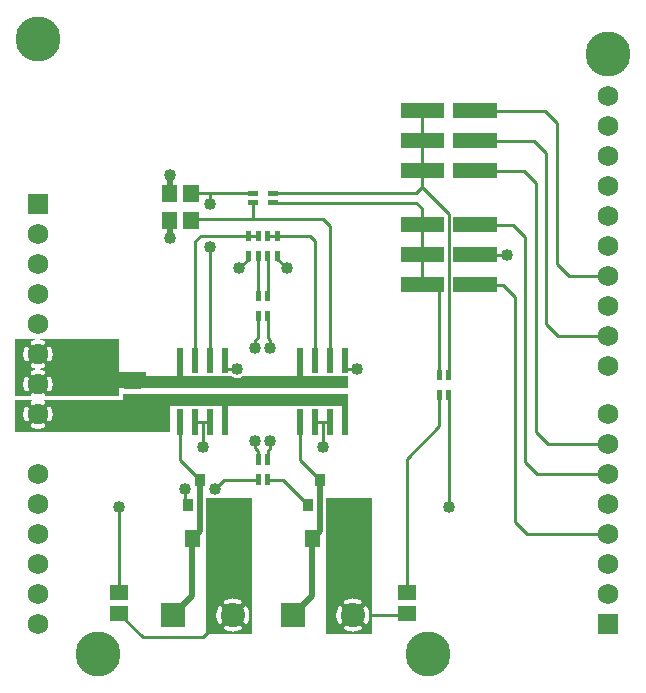
<source format=gbr>
G04 start of page 2 for group 0 idx 0 *
G04 Title: (unknown), component *
G04 Creator: pcb 20140316 *
G04 CreationDate: Fri 13 Apr 2018 03:31:12 AM GMT UTC *
G04 For: railfan *
G04 Format: Gerber/RS-274X *
G04 PCB-Dimensions (mil): 2100.00 2700.00 *
G04 PCB-Coordinate-Origin: lower left *
%MOIN*%
%FSLAX25Y25*%
%LNTOP*%
%ADD25C,0.0480*%
%ADD24C,0.1285*%
%ADD23C,0.0380*%
%ADD22C,0.0400*%
%ADD21R,0.0500X0.0500*%
%ADD20R,0.0200X0.0200*%
%ADD19R,0.0340X0.0340*%
%ADD18R,0.0512X0.0512*%
%ADD17R,0.0167X0.0167*%
%ADD16C,0.0800*%
%ADD15C,0.1500*%
%ADD14C,0.0680*%
%ADD13C,0.0200*%
%ADD12C,0.0100*%
%ADD11C,0.0001*%
G54D11*G36*
X13964Y94500D02*X54000D01*
Y84000D01*
X13964D01*
Y87564D01*
X14049Y87589D01*
X14155Y87639D01*
X14253Y87706D01*
X14339Y87787D01*
X14411Y87880D01*
X14466Y87984D01*
X14641Y88412D01*
X14770Y88855D01*
X14857Y89309D01*
X14900Y89769D01*
Y90231D01*
X14857Y90691D01*
X14770Y91145D01*
X14641Y91588D01*
X14471Y92018D01*
X14415Y92122D01*
X14342Y92216D01*
X14255Y92297D01*
X14157Y92364D01*
X14050Y92414D01*
X13964Y92440D01*
Y94500D01*
G37*
G36*
X10002Y93396D02*X10160D01*
X10479Y93366D01*
X10793Y93306D01*
X11101Y93217D01*
X11399Y93099D01*
X11509Y93057D01*
X11625Y93035D01*
X11743Y93031D01*
X11860Y93046D01*
X11973Y93079D01*
X12080Y93129D01*
X12178Y93196D01*
X12264Y93276D01*
X12336Y93370D01*
X12393Y93473D01*
X12433Y93584D01*
X12455Y93700D01*
X12459Y93818D01*
X12444Y93935D01*
X12411Y94049D01*
X12361Y94155D01*
X12294Y94253D01*
X12213Y94339D01*
X12120Y94411D01*
X12016Y94466D01*
X11933Y94500D01*
X13964D01*
Y92440D01*
X13936Y92448D01*
X13818Y92462D01*
X13700Y92459D01*
X13583Y92437D01*
X13472Y92396D01*
X13368Y92339D01*
X13274Y92266D01*
X13193Y92180D01*
X13126Y92082D01*
X13075Y91975D01*
X13042Y91861D01*
X13027Y91743D01*
X13031Y91624D01*
X13053Y91508D01*
X13096Y91397D01*
X13217Y91101D01*
X13306Y90793D01*
X13366Y90479D01*
X13396Y90160D01*
Y89840D01*
X13366Y89521D01*
X13306Y89207D01*
X13217Y88899D01*
X13099Y88601D01*
X13057Y88491D01*
X13035Y88375D01*
X13031Y88257D01*
X13046Y88140D01*
X13079Y88027D01*
X13129Y87920D01*
X13196Y87822D01*
X13276Y87736D01*
X13370Y87664D01*
X13473Y87607D01*
X13584Y87567D01*
X13700Y87545D01*
X13818Y87541D01*
X13935Y87556D01*
X13964Y87564D01*
Y84000D01*
X10002D01*
Y85100D01*
X10231D01*
X10691Y85143D01*
X11145Y85230D01*
X11588Y85359D01*
X12018Y85529D01*
X12122Y85585D01*
X12216Y85658D01*
X12297Y85745D01*
X12364Y85843D01*
X12414Y85950D01*
X12448Y86064D01*
X12462Y86182D01*
X12459Y86300D01*
X12436Y86417D01*
X12396Y86528D01*
X12339Y86632D01*
X12266Y86726D01*
X12180Y86807D01*
X12082Y86874D01*
X11975Y86925D01*
X11861Y86958D01*
X11743Y86973D01*
X11624Y86969D01*
X11508Y86947D01*
X11397Y86904D01*
X11101Y86783D01*
X10793Y86694D01*
X10479Y86634D01*
X10160Y86604D01*
X10002D01*
Y93396D01*
G37*
G36*
X6036Y94500D02*X8055D01*
X7982Y94471D01*
X7878Y94415D01*
X7784Y94342D01*
X7703Y94255D01*
X7636Y94157D01*
X7586Y94050D01*
X7552Y93936D01*
X7538Y93818D01*
X7541Y93700D01*
X7563Y93583D01*
X7604Y93472D01*
X7661Y93368D01*
X7734Y93274D01*
X7820Y93193D01*
X7918Y93126D01*
X8025Y93075D01*
X8139Y93042D01*
X8257Y93027D01*
X8376Y93031D01*
X8492Y93053D01*
X8603Y93096D01*
X8899Y93217D01*
X9207Y93306D01*
X9521Y93366D01*
X9840Y93396D01*
X10002D01*
Y86604D01*
X9840D01*
X9521Y86634D01*
X9207Y86694D01*
X8899Y86783D01*
X8601Y86901D01*
X8491Y86943D01*
X8375Y86965D01*
X8257Y86969D01*
X8140Y86954D01*
X8027Y86921D01*
X7920Y86871D01*
X7822Y86804D01*
X7736Y86724D01*
X7664Y86630D01*
X7607Y86527D01*
X7567Y86416D01*
X7545Y86300D01*
X7541Y86182D01*
X7556Y86065D01*
X7589Y85951D01*
X7639Y85845D01*
X7706Y85747D01*
X7787Y85661D01*
X7880Y85589D01*
X7984Y85534D01*
X8412Y85359D01*
X8855Y85230D01*
X9309Y85143D01*
X9769Y85100D01*
X10002D01*
Y84000D01*
X6036D01*
Y87560D01*
X6064Y87552D01*
X6182Y87538D01*
X6300Y87541D01*
X6417Y87564D01*
X6528Y87604D01*
X6632Y87661D01*
X6726Y87734D01*
X6807Y87820D01*
X6874Y87918D01*
X6925Y88025D01*
X6958Y88139D01*
X6973Y88257D01*
X6969Y88376D01*
X6947Y88492D01*
X6904Y88603D01*
X6783Y88899D01*
X6694Y89207D01*
X6634Y89521D01*
X6604Y89840D01*
Y90160D01*
X6634Y90479D01*
X6694Y90793D01*
X6783Y91101D01*
X6901Y91399D01*
X6943Y91509D01*
X6965Y91625D01*
X6969Y91743D01*
X6954Y91860D01*
X6921Y91973D01*
X6871Y92080D01*
X6804Y92178D01*
X6724Y92264D01*
X6630Y92336D01*
X6527Y92393D01*
X6416Y92433D01*
X6300Y92455D01*
X6182Y92459D01*
X6065Y92444D01*
X6036Y92436D01*
Y94500D01*
G37*
G36*
X2500D02*X6036D01*
Y92436D01*
X5951Y92411D01*
X5845Y92361D01*
X5747Y92294D01*
X5661Y92213D01*
X5589Y92120D01*
X5534Y92016D01*
X5359Y91588D01*
X5230Y91145D01*
X5143Y90691D01*
X5100Y90231D01*
Y89769D01*
X5143Y89309D01*
X5230Y88855D01*
X5359Y88412D01*
X5529Y87982D01*
X5585Y87878D01*
X5658Y87784D01*
X5745Y87703D01*
X5843Y87636D01*
X5950Y87586D01*
X6036Y87560D01*
Y84000D01*
X2500D01*
Y94500D01*
G37*
G36*
X38500Y96500D02*X113500D01*
Y92500D01*
X38500D01*
Y96500D01*
G37*
G36*
Y102500D02*X74838D01*
X75134Y102319D01*
X75570Y102138D01*
X76029Y102028D01*
X76500Y101991D01*
X76971Y102028D01*
X77430Y102138D01*
X77866Y102319D01*
X78162Y102500D01*
X113500D01*
Y98500D01*
X38500D01*
Y102500D01*
G37*
G36*
X13964Y115000D02*X37000D01*
Y96000D01*
X13964D01*
Y97564D01*
X14049Y97589D01*
X14155Y97639D01*
X14253Y97706D01*
X14339Y97787D01*
X14411Y97880D01*
X14466Y97984D01*
X14641Y98412D01*
X14770Y98855D01*
X14857Y99309D01*
X14900Y99769D01*
Y100231D01*
X14857Y100691D01*
X14770Y101145D01*
X14641Y101588D01*
X14471Y102018D01*
X14415Y102122D01*
X14342Y102216D01*
X14255Y102297D01*
X14157Y102364D01*
X14050Y102414D01*
X13964Y102440D01*
Y107564D01*
X14049Y107589D01*
X14155Y107639D01*
X14253Y107706D01*
X14339Y107787D01*
X14411Y107880D01*
X14466Y107984D01*
X14641Y108412D01*
X14770Y108855D01*
X14857Y109309D01*
X14900Y109769D01*
Y110231D01*
X14857Y110691D01*
X14770Y111145D01*
X14641Y111588D01*
X14471Y112018D01*
X14415Y112122D01*
X14342Y112216D01*
X14255Y112297D01*
X14157Y112364D01*
X14050Y112414D01*
X13964Y112440D01*
Y115000D01*
G37*
G36*
X10002D02*X13964D01*
Y112440D01*
X13936Y112448D01*
X13818Y112462D01*
X13700Y112459D01*
X13583Y112437D01*
X13472Y112396D01*
X13368Y112339D01*
X13274Y112266D01*
X13193Y112180D01*
X13126Y112082D01*
X13075Y111975D01*
X13042Y111861D01*
X13027Y111743D01*
X13031Y111624D01*
X13053Y111508D01*
X13096Y111397D01*
X13217Y111101D01*
X13306Y110793D01*
X13366Y110479D01*
X13396Y110160D01*
Y109840D01*
X13366Y109521D01*
X13306Y109207D01*
X13217Y108899D01*
X13099Y108601D01*
X13057Y108491D01*
X13035Y108375D01*
X13031Y108257D01*
X13046Y108140D01*
X13079Y108027D01*
X13129Y107920D01*
X13196Y107822D01*
X13276Y107736D01*
X13370Y107664D01*
X13473Y107607D01*
X13584Y107567D01*
X13700Y107545D01*
X13818Y107541D01*
X13935Y107556D01*
X13964Y107564D01*
Y102440D01*
X13936Y102448D01*
X13818Y102462D01*
X13700Y102459D01*
X13583Y102437D01*
X13472Y102396D01*
X13368Y102339D01*
X13274Y102266D01*
X13193Y102180D01*
X13126Y102082D01*
X13075Y101975D01*
X13042Y101861D01*
X13027Y101743D01*
X13031Y101624D01*
X13053Y101508D01*
X13096Y101397D01*
X13217Y101101D01*
X13306Y100793D01*
X13366Y100479D01*
X13396Y100160D01*
Y99840D01*
X13366Y99521D01*
X13306Y99207D01*
X13217Y98899D01*
X13099Y98601D01*
X13057Y98491D01*
X13035Y98375D01*
X13031Y98257D01*
X13046Y98140D01*
X13079Y98027D01*
X13129Y97920D01*
X13196Y97822D01*
X13276Y97736D01*
X13370Y97664D01*
X13473Y97607D01*
X13584Y97567D01*
X13700Y97545D01*
X13818Y97541D01*
X13935Y97556D01*
X13964Y97564D01*
Y96000D01*
X12429D01*
X12448Y96064D01*
X12462Y96182D01*
X12459Y96300D01*
X12436Y96417D01*
X12396Y96528D01*
X12339Y96632D01*
X12266Y96726D01*
X12180Y96807D01*
X12082Y96874D01*
X11975Y96925D01*
X11861Y96958D01*
X11743Y96973D01*
X11624Y96969D01*
X11508Y96947D01*
X11397Y96904D01*
X11101Y96783D01*
X10793Y96694D01*
X10479Y96634D01*
X10160Y96604D01*
X10002D01*
Y103396D01*
X10160D01*
X10479Y103366D01*
X10793Y103306D01*
X11101Y103217D01*
X11399Y103099D01*
X11509Y103057D01*
X11625Y103035D01*
X11743Y103031D01*
X11860Y103046D01*
X11973Y103079D01*
X12080Y103129D01*
X12178Y103196D01*
X12264Y103276D01*
X12336Y103370D01*
X12393Y103473D01*
X12433Y103584D01*
X12455Y103700D01*
X12459Y103818D01*
X12444Y103935D01*
X12411Y104049D01*
X12361Y104155D01*
X12294Y104253D01*
X12213Y104339D01*
X12120Y104411D01*
X12016Y104466D01*
X11588Y104641D01*
X11145Y104770D01*
X10691Y104857D01*
X10231Y104900D01*
X10002D01*
Y105100D01*
X10231D01*
X10691Y105143D01*
X11145Y105230D01*
X11588Y105359D01*
X12018Y105529D01*
X12122Y105585D01*
X12216Y105658D01*
X12297Y105745D01*
X12364Y105843D01*
X12414Y105950D01*
X12448Y106064D01*
X12462Y106182D01*
X12459Y106300D01*
X12436Y106417D01*
X12396Y106528D01*
X12339Y106632D01*
X12266Y106726D01*
X12180Y106807D01*
X12082Y106874D01*
X11975Y106925D01*
X11861Y106958D01*
X11743Y106973D01*
X11624Y106969D01*
X11508Y106947D01*
X11397Y106904D01*
X11101Y106783D01*
X10793Y106694D01*
X10479Y106634D01*
X10160Y106604D01*
X10002D01*
Y113396D01*
X10160D01*
X10479Y113366D01*
X10793Y113306D01*
X11101Y113217D01*
X11399Y113099D01*
X11509Y113057D01*
X11625Y113035D01*
X11743Y113031D01*
X11860Y113046D01*
X11973Y113079D01*
X12080Y113129D01*
X12178Y113196D01*
X12264Y113276D01*
X12336Y113370D01*
X12393Y113473D01*
X12433Y113584D01*
X12455Y113700D01*
X12459Y113818D01*
X12444Y113935D01*
X12411Y114049D01*
X12361Y114155D01*
X12294Y114253D01*
X12213Y114339D01*
X12120Y114411D01*
X12016Y114466D01*
X11588Y114641D01*
X11145Y114770D01*
X10691Y114857D01*
X10231Y114900D01*
X10002D01*
Y115000D01*
G37*
G36*
X6036D02*X10002D01*
Y114900D01*
X9769D01*
X9309Y114857D01*
X8855Y114770D01*
X8412Y114641D01*
X7982Y114471D01*
X7878Y114415D01*
X7784Y114342D01*
X7703Y114255D01*
X7636Y114157D01*
X7586Y114050D01*
X7552Y113936D01*
X7538Y113818D01*
X7541Y113700D01*
X7563Y113583D01*
X7604Y113472D01*
X7661Y113368D01*
X7734Y113274D01*
X7820Y113193D01*
X7918Y113126D01*
X8025Y113075D01*
X8139Y113042D01*
X8257Y113027D01*
X8376Y113031D01*
X8492Y113053D01*
X8603Y113096D01*
X8899Y113217D01*
X9207Y113306D01*
X9521Y113366D01*
X9840Y113396D01*
X10002D01*
Y106604D01*
X9840D01*
X9521Y106634D01*
X9207Y106694D01*
X8899Y106783D01*
X8601Y106901D01*
X8491Y106943D01*
X8375Y106965D01*
X8257Y106969D01*
X8140Y106954D01*
X8027Y106921D01*
X7920Y106871D01*
X7822Y106804D01*
X7736Y106724D01*
X7664Y106630D01*
X7607Y106527D01*
X7567Y106416D01*
X7545Y106300D01*
X7541Y106182D01*
X7556Y106065D01*
X7589Y105951D01*
X7639Y105845D01*
X7706Y105747D01*
X7787Y105661D01*
X7880Y105589D01*
X7984Y105534D01*
X8412Y105359D01*
X8855Y105230D01*
X9309Y105143D01*
X9769Y105100D01*
X10002D01*
Y104900D01*
X9769D01*
X9309Y104857D01*
X8855Y104770D01*
X8412Y104641D01*
X7982Y104471D01*
X7878Y104415D01*
X7784Y104342D01*
X7703Y104255D01*
X7636Y104157D01*
X7586Y104050D01*
X7552Y103936D01*
X7538Y103818D01*
X7541Y103700D01*
X7563Y103583D01*
X7604Y103472D01*
X7661Y103368D01*
X7734Y103274D01*
X7820Y103193D01*
X7918Y103126D01*
X8025Y103075D01*
X8139Y103042D01*
X8257Y103027D01*
X8376Y103031D01*
X8492Y103053D01*
X8603Y103096D01*
X8899Y103217D01*
X9207Y103306D01*
X9521Y103366D01*
X9840Y103396D01*
X10002D01*
Y96604D01*
X9840D01*
X9521Y96634D01*
X9207Y96694D01*
X8899Y96783D01*
X8601Y96901D01*
X8491Y96943D01*
X8375Y96965D01*
X8257Y96969D01*
X8140Y96954D01*
X8027Y96921D01*
X7920Y96871D01*
X7822Y96804D01*
X7736Y96724D01*
X7664Y96630D01*
X7607Y96527D01*
X7567Y96416D01*
X7545Y96300D01*
X7541Y96182D01*
X7556Y96065D01*
X7575Y96000D01*
X6036D01*
Y97560D01*
X6064Y97552D01*
X6182Y97538D01*
X6300Y97541D01*
X6417Y97564D01*
X6528Y97604D01*
X6632Y97661D01*
X6726Y97734D01*
X6807Y97820D01*
X6874Y97918D01*
X6925Y98025D01*
X6958Y98139D01*
X6973Y98257D01*
X6969Y98376D01*
X6947Y98492D01*
X6904Y98603D01*
X6783Y98899D01*
X6694Y99207D01*
X6634Y99521D01*
X6604Y99840D01*
Y100160D01*
X6634Y100479D01*
X6694Y100793D01*
X6783Y101101D01*
X6901Y101399D01*
X6943Y101509D01*
X6965Y101625D01*
X6969Y101743D01*
X6954Y101860D01*
X6921Y101973D01*
X6871Y102080D01*
X6804Y102178D01*
X6724Y102264D01*
X6630Y102336D01*
X6527Y102393D01*
X6416Y102433D01*
X6300Y102455D01*
X6182Y102459D01*
X6065Y102444D01*
X6036Y102436D01*
Y107560D01*
X6064Y107552D01*
X6182Y107538D01*
X6300Y107541D01*
X6417Y107564D01*
X6528Y107604D01*
X6632Y107661D01*
X6726Y107734D01*
X6807Y107820D01*
X6874Y107918D01*
X6925Y108025D01*
X6958Y108139D01*
X6973Y108257D01*
X6969Y108376D01*
X6947Y108492D01*
X6904Y108603D01*
X6783Y108899D01*
X6694Y109207D01*
X6634Y109521D01*
X6604Y109840D01*
Y110160D01*
X6634Y110479D01*
X6694Y110793D01*
X6783Y111101D01*
X6901Y111399D01*
X6943Y111509D01*
X6965Y111625D01*
X6969Y111743D01*
X6954Y111860D01*
X6921Y111973D01*
X6871Y112080D01*
X6804Y112178D01*
X6724Y112264D01*
X6630Y112336D01*
X6527Y112393D01*
X6416Y112433D01*
X6300Y112455D01*
X6182Y112459D01*
X6065Y112444D01*
X6036Y112436D01*
Y115000D01*
G37*
G36*
X2500D02*X6036D01*
Y112436D01*
X5951Y112411D01*
X5845Y112361D01*
X5747Y112294D01*
X5661Y112213D01*
X5589Y112120D01*
X5534Y112016D01*
X5359Y111588D01*
X5230Y111145D01*
X5143Y110691D01*
X5100Y110231D01*
Y109769D01*
X5143Y109309D01*
X5230Y108855D01*
X5359Y108412D01*
X5529Y107982D01*
X5585Y107878D01*
X5658Y107784D01*
X5745Y107703D01*
X5843Y107636D01*
X5950Y107586D01*
X6036Y107560D01*
Y102436D01*
X5951Y102411D01*
X5845Y102361D01*
X5747Y102294D01*
X5661Y102213D01*
X5589Y102120D01*
X5534Y102016D01*
X5359Y101588D01*
X5230Y101145D01*
X5143Y100691D01*
X5100Y100231D01*
Y99769D01*
X5143Y99309D01*
X5230Y98855D01*
X5359Y98412D01*
X5529Y97982D01*
X5585Y97878D01*
X5658Y97784D01*
X5745Y97703D01*
X5843Y97636D01*
X5950Y97586D01*
X6036Y97560D01*
Y96000D01*
X2500D01*
Y115000D01*
G37*
G36*
X35500Y104000D02*X46000D01*
Y98500D01*
X35500D01*
Y104000D01*
G37*
G36*
X79493Y62000D02*X81500D01*
Y16500D01*
X79493D01*
Y20145D01*
X79578Y20181D01*
X79679Y20243D01*
X79769Y20319D01*
X79845Y20409D01*
X79905Y20511D01*
X80122Y20980D01*
X80289Y21469D01*
X80409Y21972D01*
X80482Y22484D01*
X80506Y23000D01*
X80482Y23516D01*
X80409Y24028D01*
X80289Y24531D01*
X80122Y25020D01*
X79910Y25492D01*
X79849Y25593D01*
X79772Y25684D01*
X79682Y25761D01*
X79580Y25823D01*
X79493Y25860D01*
Y62000D01*
G37*
G36*
X75002D02*X79493D01*
Y25860D01*
X79471Y25869D01*
X79355Y25897D01*
X79237Y25906D01*
X79119Y25897D01*
X79003Y25870D01*
X78893Y25824D01*
X78792Y25762D01*
X78702Y25686D01*
X78624Y25595D01*
X78562Y25494D01*
X78516Y25385D01*
X78489Y25269D01*
X78479Y25151D01*
X78488Y25032D01*
X78516Y24917D01*
X78563Y24808D01*
X78721Y24468D01*
X78842Y24112D01*
X78930Y23747D01*
X78982Y23375D01*
X79000Y23000D01*
X78982Y22625D01*
X78930Y22253D01*
X78842Y21888D01*
X78721Y21532D01*
X78567Y21190D01*
X78520Y21082D01*
X78493Y20967D01*
X78483Y20849D01*
X78493Y20732D01*
X78521Y20617D01*
X78566Y20508D01*
X78628Y20407D01*
X78705Y20318D01*
X78795Y20241D01*
X78895Y20180D01*
X79004Y20135D01*
X79119Y20107D01*
X79237Y20098D01*
X79355Y20108D01*
X79469Y20135D01*
X79493Y20145D01*
Y16500D01*
X75002D01*
Y17494D01*
X75516Y17518D01*
X76028Y17591D01*
X76531Y17711D01*
X77020Y17878D01*
X77492Y18090D01*
X77593Y18151D01*
X77684Y18228D01*
X77761Y18318D01*
X77823Y18420D01*
X77869Y18529D01*
X77897Y18645D01*
X77906Y18763D01*
X77897Y18881D01*
X77870Y18997D01*
X77824Y19107D01*
X77762Y19208D01*
X77686Y19298D01*
X77595Y19376D01*
X77494Y19438D01*
X77385Y19484D01*
X77269Y19511D01*
X77151Y19521D01*
X77032Y19512D01*
X76917Y19484D01*
X76808Y19437D01*
X76468Y19279D01*
X76112Y19158D01*
X75747Y19070D01*
X75375Y19018D01*
X75002Y19000D01*
Y27000D01*
X75375Y26982D01*
X75747Y26930D01*
X76112Y26842D01*
X76468Y26721D01*
X76810Y26567D01*
X76918Y26520D01*
X77033Y26493D01*
X77151Y26483D01*
X77268Y26493D01*
X77383Y26521D01*
X77492Y26566D01*
X77593Y26628D01*
X77682Y26705D01*
X77759Y26795D01*
X77820Y26895D01*
X77865Y27004D01*
X77893Y27119D01*
X77902Y27237D01*
X77892Y27355D01*
X77865Y27469D01*
X77819Y27578D01*
X77757Y27679D01*
X77681Y27769D01*
X77591Y27845D01*
X77489Y27905D01*
X77020Y28122D01*
X76531Y28289D01*
X76028Y28409D01*
X75516Y28482D01*
X75002Y28506D01*
Y62000D01*
G37*
G36*
X70507D02*X75002D01*
Y28506D01*
X75000Y28506D01*
X74484Y28482D01*
X73972Y28409D01*
X73469Y28289D01*
X72980Y28122D01*
X72508Y27910D01*
X72407Y27849D01*
X72316Y27772D01*
X72239Y27682D01*
X72177Y27580D01*
X72131Y27471D01*
X72103Y27355D01*
X72094Y27237D01*
X72103Y27119D01*
X72130Y27003D01*
X72176Y26893D01*
X72238Y26792D01*
X72314Y26702D01*
X72405Y26624D01*
X72506Y26562D01*
X72615Y26516D01*
X72731Y26489D01*
X72849Y26479D01*
X72968Y26488D01*
X73083Y26516D01*
X73192Y26563D01*
X73532Y26721D01*
X73888Y26842D01*
X74253Y26930D01*
X74625Y26982D01*
X75000Y27000D01*
X75002Y27000D01*
Y19000D01*
X75000Y19000D01*
X74625Y19018D01*
X74253Y19070D01*
X73888Y19158D01*
X73532Y19279D01*
X73190Y19433D01*
X73082Y19480D01*
X72967Y19507D01*
X72849Y19517D01*
X72732Y19507D01*
X72617Y19479D01*
X72508Y19434D01*
X72407Y19372D01*
X72318Y19295D01*
X72241Y19205D01*
X72180Y19105D01*
X72135Y18996D01*
X72107Y18881D01*
X72098Y18763D01*
X72108Y18645D01*
X72135Y18531D01*
X72181Y18422D01*
X72243Y18321D01*
X72319Y18231D01*
X72409Y18155D01*
X72511Y18095D01*
X72980Y17878D01*
X73469Y17711D01*
X73972Y17591D01*
X74484Y17518D01*
X75000Y17494D01*
X75002Y17494D01*
Y16500D01*
X70507D01*
Y20140D01*
X70529Y20131D01*
X70645Y20103D01*
X70763Y20094D01*
X70881Y20103D01*
X70997Y20130D01*
X71107Y20176D01*
X71208Y20238D01*
X71298Y20314D01*
X71376Y20405D01*
X71438Y20506D01*
X71484Y20615D01*
X71511Y20731D01*
X71521Y20849D01*
X71512Y20968D01*
X71484Y21083D01*
X71437Y21192D01*
X71279Y21532D01*
X71158Y21888D01*
X71070Y22253D01*
X71018Y22625D01*
X71000Y23000D01*
X71018Y23375D01*
X71070Y23747D01*
X71158Y24112D01*
X71279Y24468D01*
X71433Y24810D01*
X71480Y24918D01*
X71507Y25033D01*
X71517Y25151D01*
X71507Y25268D01*
X71479Y25383D01*
X71434Y25492D01*
X71372Y25593D01*
X71295Y25682D01*
X71205Y25759D01*
X71105Y25820D01*
X70996Y25865D01*
X70881Y25893D01*
X70763Y25902D01*
X70645Y25892D01*
X70531Y25865D01*
X70507Y25855D01*
Y62000D01*
G37*
G36*
X66000D02*X68882D01*
X69000Y61991D01*
X69118Y62000D01*
X70507D01*
Y25855D01*
X70422Y25819D01*
X70321Y25757D01*
X70231Y25681D01*
X70155Y25591D01*
X70095Y25489D01*
X69878Y25020D01*
X69711Y24531D01*
X69591Y24028D01*
X69518Y23516D01*
X69494Y23000D01*
X69518Y22484D01*
X69591Y21972D01*
X69711Y21469D01*
X69878Y20980D01*
X70090Y20508D01*
X70151Y20407D01*
X70228Y20316D01*
X70318Y20239D01*
X70420Y20177D01*
X70507Y20140D01*
Y16500D01*
X66119D01*
X66064Y16564D01*
X66000Y16619D01*
Y50964D01*
X66006Y51043D01*
X66000Y51121D01*
Y62000D01*
G37*
G36*
X119493D02*X121500D01*
Y16500D01*
X119493D01*
Y20145D01*
X119578Y20181D01*
X119679Y20243D01*
X119769Y20319D01*
X119845Y20409D01*
X119905Y20511D01*
X120122Y20980D01*
X120289Y21469D01*
X120409Y21972D01*
X120482Y22484D01*
X120506Y23000D01*
X120482Y23516D01*
X120409Y24028D01*
X120289Y24531D01*
X120122Y25020D01*
X119910Y25492D01*
X119849Y25593D01*
X119772Y25684D01*
X119682Y25761D01*
X119580Y25823D01*
X119493Y25860D01*
Y62000D01*
G37*
G36*
X115002D02*X119493D01*
Y25860D01*
X119471Y25869D01*
X119355Y25897D01*
X119237Y25906D01*
X119119Y25897D01*
X119003Y25870D01*
X118893Y25824D01*
X118792Y25762D01*
X118702Y25686D01*
X118624Y25595D01*
X118562Y25494D01*
X118516Y25385D01*
X118489Y25269D01*
X118479Y25151D01*
X118488Y25032D01*
X118516Y24917D01*
X118563Y24808D01*
X118721Y24468D01*
X118842Y24112D01*
X118930Y23747D01*
X118982Y23375D01*
X119000Y23000D01*
X118982Y22625D01*
X118930Y22253D01*
X118842Y21888D01*
X118721Y21532D01*
X118567Y21190D01*
X118520Y21082D01*
X118493Y20967D01*
X118483Y20849D01*
X118493Y20732D01*
X118521Y20617D01*
X118566Y20508D01*
X118628Y20407D01*
X118705Y20318D01*
X118795Y20241D01*
X118895Y20180D01*
X119004Y20135D01*
X119119Y20107D01*
X119237Y20098D01*
X119355Y20108D01*
X119469Y20135D01*
X119493Y20145D01*
Y16500D01*
X115002D01*
Y17494D01*
X115516Y17518D01*
X116028Y17591D01*
X116531Y17711D01*
X117020Y17878D01*
X117492Y18090D01*
X117593Y18151D01*
X117684Y18228D01*
X117761Y18318D01*
X117823Y18420D01*
X117869Y18529D01*
X117897Y18645D01*
X117906Y18763D01*
X117897Y18881D01*
X117870Y18997D01*
X117824Y19107D01*
X117762Y19208D01*
X117686Y19298D01*
X117595Y19376D01*
X117494Y19438D01*
X117385Y19484D01*
X117269Y19511D01*
X117151Y19521D01*
X117032Y19512D01*
X116917Y19484D01*
X116808Y19437D01*
X116468Y19279D01*
X116112Y19158D01*
X115747Y19070D01*
X115375Y19018D01*
X115002Y19000D01*
Y27000D01*
X115375Y26982D01*
X115747Y26930D01*
X116112Y26842D01*
X116468Y26721D01*
X116810Y26567D01*
X116918Y26520D01*
X117033Y26493D01*
X117151Y26483D01*
X117268Y26493D01*
X117383Y26521D01*
X117492Y26566D01*
X117593Y26628D01*
X117682Y26705D01*
X117759Y26795D01*
X117820Y26895D01*
X117865Y27004D01*
X117893Y27119D01*
X117902Y27237D01*
X117892Y27355D01*
X117865Y27469D01*
X117819Y27578D01*
X117757Y27679D01*
X117681Y27769D01*
X117591Y27845D01*
X117489Y27905D01*
X117020Y28122D01*
X116531Y28289D01*
X116028Y28409D01*
X115516Y28482D01*
X115002Y28506D01*
Y62000D01*
G37*
G36*
X110507D02*X115002D01*
Y28506D01*
X115000Y28506D01*
X114484Y28482D01*
X113972Y28409D01*
X113469Y28289D01*
X112980Y28122D01*
X112508Y27910D01*
X112407Y27849D01*
X112316Y27772D01*
X112239Y27682D01*
X112177Y27580D01*
X112131Y27471D01*
X112103Y27355D01*
X112094Y27237D01*
X112103Y27119D01*
X112130Y27003D01*
X112176Y26893D01*
X112238Y26792D01*
X112314Y26702D01*
X112405Y26624D01*
X112506Y26562D01*
X112615Y26516D01*
X112731Y26489D01*
X112849Y26479D01*
X112968Y26488D01*
X113083Y26516D01*
X113192Y26563D01*
X113532Y26721D01*
X113888Y26842D01*
X114253Y26930D01*
X114625Y26982D01*
X115000Y27000D01*
X115002Y27000D01*
Y19000D01*
X115000Y19000D01*
X114625Y19018D01*
X114253Y19070D01*
X113888Y19158D01*
X113532Y19279D01*
X113190Y19433D01*
X113082Y19480D01*
X112967Y19507D01*
X112849Y19517D01*
X112732Y19507D01*
X112617Y19479D01*
X112508Y19434D01*
X112407Y19372D01*
X112318Y19295D01*
X112241Y19205D01*
X112180Y19105D01*
X112135Y18996D01*
X112107Y18881D01*
X112098Y18763D01*
X112108Y18645D01*
X112135Y18531D01*
X112181Y18422D01*
X112243Y18321D01*
X112319Y18231D01*
X112409Y18155D01*
X112511Y18095D01*
X112980Y17878D01*
X113469Y17711D01*
X113972Y17591D01*
X114484Y17518D01*
X115000Y17494D01*
X115002Y17494D01*
Y16500D01*
X110507D01*
Y20140D01*
X110529Y20131D01*
X110645Y20103D01*
X110763Y20094D01*
X110881Y20103D01*
X110997Y20130D01*
X111107Y20176D01*
X111208Y20238D01*
X111298Y20314D01*
X111376Y20405D01*
X111438Y20506D01*
X111484Y20615D01*
X111511Y20731D01*
X111521Y20849D01*
X111512Y20968D01*
X111484Y21083D01*
X111437Y21192D01*
X111279Y21532D01*
X111158Y21888D01*
X111070Y22253D01*
X111018Y22625D01*
X111000Y23000D01*
X111018Y23375D01*
X111070Y23747D01*
X111158Y24112D01*
X111279Y24468D01*
X111433Y24810D01*
X111480Y24918D01*
X111507Y25033D01*
X111517Y25151D01*
X111507Y25268D01*
X111479Y25383D01*
X111434Y25492D01*
X111372Y25593D01*
X111295Y25682D01*
X111205Y25759D01*
X111105Y25820D01*
X110996Y25865D01*
X110881Y25893D01*
X110763Y25902D01*
X110645Y25892D01*
X110531Y25865D01*
X110507Y25855D01*
Y62000D01*
G37*
G36*
X106000D02*X110507D01*
Y25855D01*
X110422Y25819D01*
X110321Y25757D01*
X110231Y25681D01*
X110155Y25591D01*
X110095Y25489D01*
X109878Y25020D01*
X109711Y24531D01*
X109591Y24028D01*
X109518Y23516D01*
X109494Y23000D01*
X109518Y22484D01*
X109591Y21972D01*
X109711Y21469D01*
X109878Y20980D01*
X110090Y20508D01*
X110151Y20407D01*
X110228Y20316D01*
X110318Y20239D01*
X110420Y20177D01*
X110507Y20140D01*
Y16500D01*
X106000D01*
Y50964D01*
X106006Y51043D01*
X106000Y51121D01*
Y62000D01*
G37*
G54D12*X80276Y149348D02*X83425D01*
X81652Y160425D02*Y155000D01*
X80276Y149348D02*X64348D01*
X62500Y147500D01*
X67500Y160000D02*Y163575D01*
X77000Y138500D02*X80276Y141776D01*
X86575Y149348D02*X89724D01*
X61043Y155000D02*X105000D01*
X107500Y152500D01*
X89724Y149348D02*X100652D01*
X83425Y142652D02*Y129348D01*
X86575Y142652D02*Y129348D01*
X107500Y152500D02*Y107750D01*
X100652Y149348D02*X102500Y147500D01*
Y107750D01*
X93000Y138500D02*X89724Y141776D01*
X81652Y163575D02*X61043D01*
G54D13*X54000Y169500D02*X53957Y169457D01*
X54000Y169500D02*Y163000D01*
G54D12*X62500Y147500D02*Y107750D01*
X67500D02*Y145500D01*
G54D13*X54000Y148500D02*Y154500D01*
G54D12*X88348Y163575D02*X136075D01*
X138000Y165500D01*
Y191000D01*
X88348Y160425D02*X136075D01*
X138000Y158500D01*
Y165500D02*X147000Y156500D01*
X138000Y158500D02*Y133000D01*
X155740D02*X165000D01*
X169000Y129000D01*
X155740Y153000D02*X168500D01*
X155740Y143000D02*X166500D01*
X147000Y156500D02*Y103000D01*
X168500Y153000D02*X172500Y149000D01*
X155740Y171000D02*X172000D01*
X176000Y167000D01*
X155740Y181000D02*X175500D01*
X179500Y177000D01*
X183000Y140000D02*Y187000D01*
X179000Y191000D01*
X155740D01*
X143850Y103000D02*Y133000D01*
Y96304D02*Y85850D01*
X133000Y75000D01*
X147000Y96304D02*Y59000D01*
X169000Y129000D02*Y54000D01*
X172500Y149000D02*Y74000D01*
X176000Y167000D02*Y84000D01*
X179500Y177000D02*Y120000D01*
X183500Y116000D01*
X169000Y54000D02*X173000Y50000D01*
X200000D01*
X172500Y74000D02*X176500Y70000D01*
X200000D01*
X176000Y84000D02*X180000Y80000D01*
X200000D01*
X183500Y116000D02*X200000D01*
Y136000D02*X187000D01*
X183000Y140000D01*
G54D13*X64000Y51043D02*Y68000D01*
G54D12*X57500Y74500D01*
Y87250D01*
X62500D02*X67500D01*
G54D13*X57500Y107750D02*Y100500D01*
G54D12*X65000Y79000D02*Y87250D01*
X60100Y59800D02*X59000Y60900D01*
Y65000D01*
X69000D02*X72152Y68152D01*
X83425D01*
Y74848D02*Y77575D01*
X82500Y78500D01*
Y81000D01*
X76500Y105000D02*X72500D01*
G54D13*Y87250D02*Y94500D01*
X95000Y23000D02*X101457Y29457D01*
Y48500D01*
G54D12*X100100Y59800D02*X91748Y68152D01*
X86575D01*
G54D13*X55000Y23000D02*X61457Y29457D01*
Y48500D01*
X64000Y51043D01*
X101457Y48500D02*X104000Y51043D01*
G54D12*X133000Y75000D02*Y30543D01*
X121000Y23000D02*X133000D01*
X37000Y59000D02*Y30543D01*
Y23457D02*X44957Y15500D01*
X65000D01*
X68000Y18500D01*
G54D13*X104000Y51043D02*Y68000D01*
G54D12*X97500Y74500D01*
X86575Y74848D02*Y77575D01*
X87500Y78500D01*
Y81000D01*
X97500Y74500D02*Y87250D01*
X102500D02*X107500D01*
X116500Y105000D02*X112500D01*
G54D13*Y87250D02*Y94500D01*
X97500Y107750D02*Y100500D01*
G54D12*X105000Y79000D02*Y87250D01*
X86575Y122652D02*Y115425D01*
X83425Y122652D02*Y115425D01*
X82500Y114500D01*
Y112000D01*
X86575Y115425D02*X87500Y114500D01*
Y112000D01*
G54D11*G36*
X196600Y23400D02*Y16600D01*
X203400D01*
Y23400D01*
X196600D01*
G37*
G54D14*X200000Y30000D03*
Y40000D03*
Y50000D03*
Y60000D03*
Y70000D03*
G54D15*X140000Y10000D03*
G54D16*X115000Y23000D03*
G54D14*X10000Y130000D03*
Y120000D03*
Y110000D03*
Y100000D03*
G54D11*G36*
X6600Y163400D02*Y156600D01*
X13400D01*
Y163400D01*
X6600D01*
G37*
G54D14*X10000Y150000D03*
Y140000D03*
G54D15*Y215000D03*
G54D14*X200000Y80000D03*
Y90000D03*
Y106000D03*
Y116000D03*
Y126000D03*
Y136000D03*
Y146000D03*
Y156000D03*
Y166000D03*
Y176000D03*
Y186000D03*
Y196000D03*
G54D15*Y210000D03*
G54D14*X10000Y90000D03*
Y70000D03*
Y60000D03*
Y50000D03*
Y40000D03*
Y30000D03*
Y20000D03*
G54D15*X30000Y10000D03*
G54D11*G36*
X51000Y27000D02*Y19000D01*
X59000D01*
Y27000D01*
X51000D01*
G37*
G54D16*X75000Y23000D03*
G54D11*G36*
X91000Y27000D02*Y19000D01*
X99000D01*
Y27000D01*
X91000D01*
G37*
G54D17*X86575Y75783D02*Y73913D01*
X83425Y75783D02*Y73913D01*
Y69087D02*Y67217D01*
X86575Y69087D02*Y67217D01*
G54D18*X101457Y48893D02*Y48107D01*
X108543Y48893D02*Y48107D01*
X61457Y48893D02*Y48107D01*
X68543Y48893D02*Y48107D01*
G54D19*X100100Y60100D02*Y59500D01*
G54D18*X132607Y23457D02*X133393D01*
X132607Y30543D02*X133393D01*
G54D19*X107900Y60100D02*Y59500D01*
G54D20*X112500Y111000D02*Y104500D01*
X107500Y111000D02*Y104500D01*
Y90500D02*Y84000D01*
X112500Y90500D02*Y84000D01*
G54D19*X104000Y68300D02*Y67700D01*
G54D20*X102500Y111000D02*Y104500D01*
X97500Y111000D02*Y104500D01*
Y90500D02*Y84000D01*
X102500Y90500D02*Y84000D01*
X62500Y111000D02*Y104500D01*
Y90500D02*Y84000D01*
X67500Y90500D02*Y84000D01*
X72500Y90500D02*Y84000D01*
G54D17*X87413Y160425D02*X89283D01*
X87413Y163575D02*X89283D01*
X80717D02*X82587D01*
X80717Y160425D02*X82587D01*
X89724Y150283D02*Y148413D01*
Y143587D02*Y141717D01*
X86575Y150283D02*Y148413D01*
Y143587D02*Y141717D01*
X83425Y150283D02*Y148413D01*
Y143587D02*Y141717D01*
X80276Y150283D02*Y148413D01*
Y143587D02*Y141717D01*
G54D19*X60100Y60100D02*Y59500D01*
X67900Y60100D02*Y59500D01*
X64000Y68300D02*Y67700D01*
G54D18*X41107Y101043D02*X41893D01*
X41107Y93957D02*X41893D01*
G54D20*X72500Y111000D02*Y104500D01*
X67500Y111000D02*Y104500D01*
X57500Y111000D02*Y104500D01*
Y90500D02*Y84000D01*
G54D18*X36607Y23457D02*X37393D01*
X36607Y30543D02*X37393D01*
G54D17*X86575Y130283D02*Y128413D01*
X83425Y130283D02*Y128413D01*
Y123587D02*Y121717D01*
X86575Y123587D02*Y121717D01*
G54D18*X61043Y163893D02*Y163107D01*
X53957Y163893D02*Y163107D01*
X61043Y154893D02*Y154107D01*
X53957Y154893D02*Y154107D01*
G54D21*X150996Y171000D02*X160484D01*
X150996Y181000D02*X160484D01*
X150996Y191000D02*X160484D01*
X133516D02*X143004D01*
X133516Y181000D02*X143004D01*
X133516Y171000D02*X143004D01*
X150996Y133000D02*X160484D01*
X133516D02*X143004D01*
X150996Y143000D02*X160484D01*
G54D17*X147000Y103935D02*Y102065D01*
X143850Y103935D02*Y102065D01*
Y97239D02*Y95369D01*
X147000Y97239D02*Y95369D01*
G54D21*X150996Y153000D02*X160484D01*
X133516D02*X143004D01*
X133516Y143000D02*X143004D01*
G54D22*X82500Y81000D03*
X87500D03*
X76500Y105000D03*
X116500D03*
X87500Y112000D03*
X82500D03*
X59000Y65000D03*
X69000D03*
X147000Y59000D03*
X37000D03*
X105000Y79000D03*
X65000D03*
X54000Y169500D03*
Y148500D03*
X67500Y145500D03*
Y160000D03*
X93000Y138500D03*
X77000D03*
X166500Y143000D03*
G54D13*G54D23*G54D24*G54D25*G54D23*G54D24*G54D23*G54D24*G54D23*G54D24*G54D25*M02*

</source>
